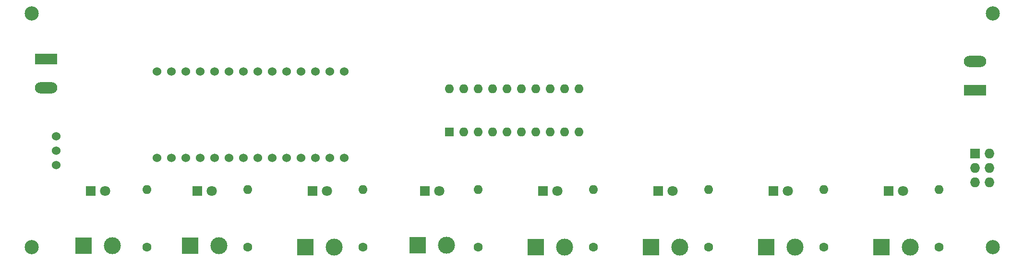
<source format=gbs>
%TF.GenerationSoftware,KiCad,Pcbnew,6.0.2-378541a8eb~116~ubuntu20.04.1*%
%TF.CreationDate,2022-03-18T17:48:32-05:00*%
%TF.ProjectId,mother,6d6f7468-6572-42e6-9b69-6361645f7063,rev?*%
%TF.SameCoordinates,Original*%
%TF.FileFunction,Soldermask,Bot*%
%TF.FilePolarity,Negative*%
%FSLAX46Y46*%
G04 Gerber Fmt 4.6, Leading zero omitted, Abs format (unit mm)*
G04 Created by KiCad (PCBNEW 6.0.2-378541a8eb~116~ubuntu20.04.1) date 2022-03-18 17:48:32*
%MOMM*%
%LPD*%
G01*
G04 APERTURE LIST*
%ADD10C,2.500000*%
%ADD11R,3.000000X3.000000*%
%ADD12C,3.000000*%
%ADD13R,1.800000X1.800000*%
%ADD14C,1.800000*%
%ADD15R,1.727200X1.727200*%
%ADD16O,1.727200X1.727200*%
%ADD17R,3.960000X1.980000*%
%ADD18O,3.960000X1.980000*%
%ADD19C,1.524000*%
%ADD20C,1.600000*%
%ADD21O,1.600000X1.600000*%
%ADD22R,1.600000X1.600000*%
G04 APERTURE END LIST*
D10*
%TO.C,REF\u002A\u002A*%
X215265000Y-114300000D03*
%TD*%
D11*
%TO.C,J7*%
X175260000Y-114300000D03*
D12*
X180340000Y-114300000D03*
%TD*%
D11*
%TO.C,J1*%
X54864000Y-114046000D03*
D12*
X59944000Y-114046000D03*
%TD*%
D13*
%TO.C,D2*%
X74925000Y-104394000D03*
D14*
X77465000Y-104394000D03*
%TD*%
D13*
%TO.C,D7*%
X176525000Y-104394000D03*
D14*
X179065000Y-104394000D03*
%TD*%
D15*
%TO.C,J9*%
X212090000Y-97790000D03*
D16*
X214630000Y-97790000D03*
X212090000Y-100330000D03*
X214630000Y-100330000D03*
X212090000Y-102870000D03*
X214630000Y-102870000D03*
%TD*%
D11*
%TO.C,J2*%
X73660000Y-114046000D03*
D12*
X78740000Y-114046000D03*
%TD*%
D13*
%TO.C,D8*%
X196845000Y-104394000D03*
D14*
X199385000Y-104394000D03*
%TD*%
D17*
%TO.C,J11*%
X48260000Y-81055000D03*
D18*
X48260000Y-86135000D03*
%TD*%
D19*
%TO.C,U3*%
X67818000Y-98552000D03*
X70358000Y-98552000D03*
X72898000Y-98552000D03*
X75438000Y-98552000D03*
X77978000Y-98552000D03*
X80518000Y-98552000D03*
X83058000Y-98552000D03*
X85598000Y-98552000D03*
X88138000Y-98552000D03*
X90678000Y-98552000D03*
X93218000Y-98552000D03*
X95758000Y-98552000D03*
X98298000Y-98552000D03*
X100838000Y-98552000D03*
X100838000Y-83312000D03*
X98298000Y-83312000D03*
X95758000Y-83312000D03*
X93218000Y-83312000D03*
X90678000Y-83312000D03*
X88138000Y-83312000D03*
X85598000Y-83312000D03*
X83058000Y-83312000D03*
X80518000Y-83312000D03*
X77978000Y-83312000D03*
X75438000Y-83312000D03*
X72898000Y-83312000D03*
X70358000Y-83312000D03*
X67818000Y-83312000D03*
%TD*%
D20*
%TO.C,R3*%
X104140000Y-114300000D03*
D21*
X104140000Y-104140000D03*
%TD*%
D11*
%TO.C,J8*%
X195580000Y-114300000D03*
D12*
X200660000Y-114300000D03*
%TD*%
D11*
%TO.C,J6*%
X154940000Y-114300000D03*
D12*
X160020000Y-114300000D03*
%TD*%
D20*
%TO.C,R4*%
X124460000Y-114300000D03*
D21*
X124460000Y-104140000D03*
%TD*%
D22*
%TO.C,U2*%
X119380000Y-93980000D03*
D21*
X121920000Y-93980000D03*
X124460000Y-93980000D03*
X127000000Y-93980000D03*
X129540000Y-93980000D03*
X132080000Y-93980000D03*
X134620000Y-93980000D03*
X137160000Y-93980000D03*
X139700000Y-93980000D03*
X142240000Y-93980000D03*
X142240000Y-86360000D03*
X139700000Y-86360000D03*
X137160000Y-86360000D03*
X134620000Y-86360000D03*
X132080000Y-86360000D03*
X129540000Y-86360000D03*
X127000000Y-86360000D03*
X124460000Y-86360000D03*
X121920000Y-86360000D03*
X119380000Y-86360000D03*
%TD*%
D13*
%TO.C,D6*%
X156205000Y-104394000D03*
D14*
X158745000Y-104394000D03*
%TD*%
D20*
%TO.C,R6*%
X165100000Y-114300000D03*
D21*
X165100000Y-104140000D03*
%TD*%
D10*
%TO.C,REF\u002A\u002A*%
X45720000Y-73025000D03*
%TD*%
%TO.C,REF\u002A\u002A*%
X45720000Y-114300000D03*
%TD*%
D11*
%TO.C,J3*%
X93980000Y-114300000D03*
D12*
X99060000Y-114300000D03*
%TD*%
D20*
%TO.C,R7*%
X185420000Y-114300000D03*
D21*
X185420000Y-104140000D03*
%TD*%
D13*
%TO.C,D4*%
X115057000Y-104394000D03*
D14*
X117597000Y-104394000D03*
%TD*%
D13*
%TO.C,D5*%
X135885000Y-104394000D03*
D14*
X138425000Y-104394000D03*
%TD*%
D20*
%TO.C,R5*%
X144780000Y-114300000D03*
D21*
X144780000Y-104140000D03*
%TD*%
D13*
%TO.C,D3*%
X95245000Y-104394000D03*
D14*
X97785000Y-104394000D03*
%TD*%
D10*
%TO.C,REF\u002A\u002A*%
X215265000Y-73025000D03*
%TD*%
D20*
%TO.C,R1*%
X66040000Y-114300000D03*
D21*
X66040000Y-104140000D03*
%TD*%
D11*
%TO.C,J5*%
X134620000Y-114300000D03*
D12*
X139700000Y-114300000D03*
%TD*%
D20*
%TO.C,R2*%
X83820000Y-114300000D03*
D21*
X83820000Y-104140000D03*
%TD*%
D19*
%TO.C,U1*%
X50038000Y-99822000D03*
X50038000Y-97282000D03*
X50038000Y-94742000D03*
%TD*%
D11*
%TO.C,J4*%
X113870000Y-113980000D03*
D12*
X118950000Y-113980000D03*
%TD*%
D17*
%TO.C,J12*%
X212090000Y-86585000D03*
D18*
X212090000Y-81505000D03*
%TD*%
D20*
%TO.C,R8*%
X205740000Y-114300000D03*
D21*
X205740000Y-104140000D03*
%TD*%
D13*
%TO.C,D1*%
X56129000Y-104394000D03*
D14*
X58669000Y-104394000D03*
%TD*%
M02*

</source>
